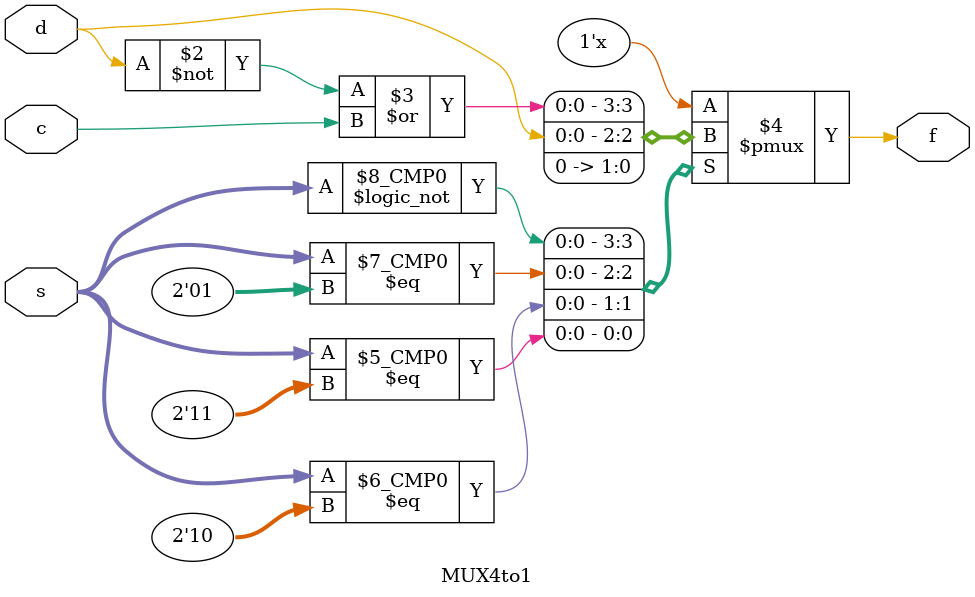
<source format=v>
module q1b(a,b,c,d,f);
    input a,b,c,d;
    output f;

    wire [1:0] h;
    assign h = {b,a};

    MUX4to1 stage0(h,c,d,f);

endmodule

module MUX4to1(s,c,d,f);
    input [1:0] s;
    input c,d;
    output reg f;

    always @(s,c,d)

    case (s)
        0: f = ~d | c;
        1: f = d;
        2: f = 0;
        3: f = 0;
    endcase

endmodule
</source>
